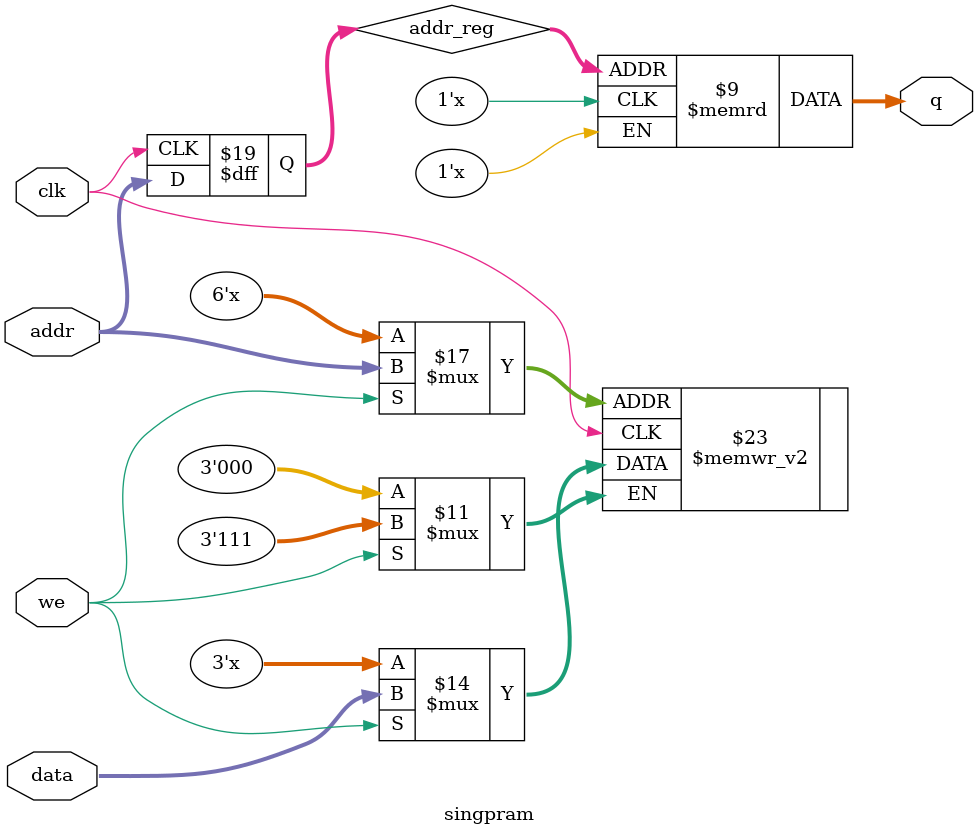
<source format=v>
module singpram(
  input [2:0] data,
  input [5:0] addr,
  input we, clk,
  output [2:0] q
);
  
  reg [2:0] ram[63:0];
  reg [5:0] addr_reg;
  
  always @ (posedge clk) begin
    // Write
    if (we) ram[addr] <= data;
  addr_reg <= addr;
  end
  
  assign q = ram[addr_reg];

endmodule

</source>
